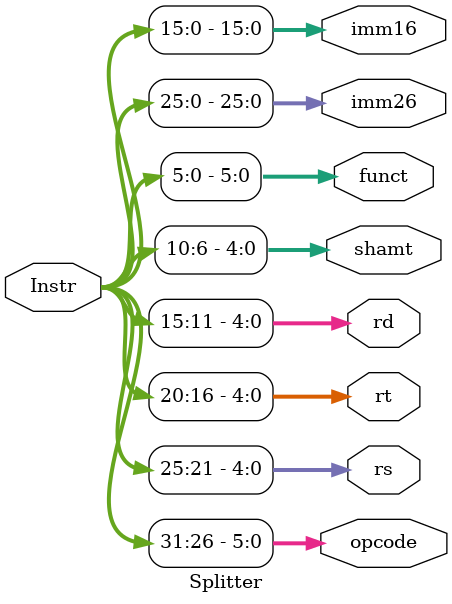
<source format=v>
`timescale 1ns / 1ps
module Splitter(
    input [31:0] Instr,
    output [5:0] opcode,
    output [4:0] rs,
    output [4:0] rt,
    output [4:0] rd,
    output [4:0] shamt,
    output [5:0] funct,
    output [25:0] imm26,
    output [15:0] imm16
    );
    assign opcode = Instr[31:26];   
    assign rs = Instr[25:21];
    assign rt = Instr[20:16];
    assign rd = Instr[15:11];
    assign shamt = Instr[10:6];
    assign funct = Instr[5:0];
    assign imm26 = Instr[25:0];
    assign imm16 = Instr[15:0];

endmodule

</source>
